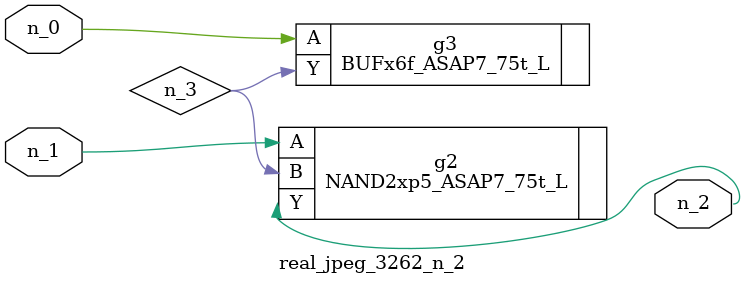
<source format=v>
module real_jpeg_3262_n_2 (n_1, n_0, n_2);

input n_1;
input n_0;

output n_2;

wire n_3;

BUFx6f_ASAP7_75t_L g3 ( 
.A(n_0),
.Y(n_3)
);

NAND2xp5_ASAP7_75t_L g2 ( 
.A(n_1),
.B(n_3),
.Y(n_2)
);


endmodule
</source>
